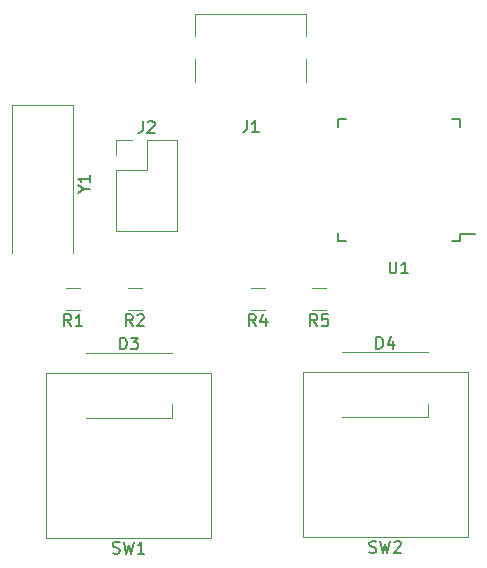
<source format=gbr>
G04 #@! TF.GenerationSoftware,KiCad,Pcbnew,(5.1.4)-1*
G04 #@! TF.CreationDate,2023-02-23T21:20:58+01:00*
G04 #@! TF.ProjectId,pcb,7063622e-6b69-4636-9164-5f7063625858,1.0*
G04 #@! TF.SameCoordinates,Original*
G04 #@! TF.FileFunction,Legend,Top*
G04 #@! TF.FilePolarity,Positive*
%FSLAX46Y46*%
G04 Gerber Fmt 4.6, Leading zero omitted, Abs format (unit mm)*
G04 Created by KiCad (PCBNEW (5.1.4)-1) date 2023-02-23 21:20:58*
%MOMM*%
%LPD*%
G04 APERTURE LIST*
%ADD10C,0.150000*%
%ADD11C,0.120000*%
G04 APERTURE END LIST*
D10*
X203739000Y-70199000D02*
X203739000Y-69624000D01*
X193389000Y-70199000D02*
X193389000Y-69524000D01*
X193389000Y-59849000D02*
X193389000Y-60524000D01*
X203739000Y-59849000D02*
X203739000Y-60524000D01*
X203739000Y-70199000D02*
X203064000Y-70199000D01*
X203739000Y-59849000D02*
X203064000Y-59849000D01*
X193389000Y-59849000D02*
X194064000Y-59849000D01*
X193389000Y-70199000D02*
X194064000Y-70199000D01*
X203739000Y-69624000D02*
X205014000Y-69624000D01*
D11*
X176814064Y-76030500D02*
X175609936Y-76030500D01*
X176814064Y-74210500D02*
X175609936Y-74210500D01*
X174628000Y-69338500D02*
X179828000Y-69338500D01*
X174628000Y-64198500D02*
X174628000Y-69338500D01*
X179828000Y-61598500D02*
X179828000Y-69338500D01*
X174628000Y-64198500D02*
X177228000Y-64198500D01*
X177228000Y-64198500D02*
X177228000Y-61598500D01*
X177228000Y-61598500D02*
X179828000Y-61598500D01*
X174628000Y-62928500D02*
X174628000Y-61598500D01*
X174628000Y-61598500D02*
X175958000Y-61598500D01*
X190755000Y-52864000D02*
X190755000Y-50964000D01*
X190755000Y-56764000D02*
X190755000Y-54764000D01*
X181355000Y-52864000D02*
X181355000Y-50964000D01*
X181355000Y-56764000D02*
X181355000Y-54764000D01*
X190755000Y-50964000D02*
X181355000Y-50964000D01*
X170952000Y-71241500D02*
X170952000Y-58641500D01*
X170952000Y-58641500D02*
X165852000Y-58641500D01*
X165852000Y-58641500D02*
X165852000Y-71241500D01*
X179354000Y-85173000D02*
X179354000Y-84023000D01*
X172054000Y-85173000D02*
X179354000Y-85173000D01*
X172054000Y-79673000D02*
X179354000Y-79673000D01*
X171608064Y-76030500D02*
X170403936Y-76030500D01*
X171608064Y-74210500D02*
X170403936Y-74210500D01*
X182689000Y-81343500D02*
X182689000Y-95313500D01*
X168719000Y-81343500D02*
X182689000Y-81343500D01*
X168719000Y-95313500D02*
X168719000Y-81343500D01*
X182689000Y-95313500D02*
X168719000Y-95313500D01*
X204407000Y-95250000D02*
X190437000Y-95250000D01*
X190437000Y-95250000D02*
X190437000Y-81280000D01*
X190437000Y-81280000D02*
X204407000Y-81280000D01*
X204407000Y-81280000D02*
X204407000Y-95250000D01*
X193772000Y-79609500D02*
X201072000Y-79609500D01*
X193772000Y-85109500D02*
X201072000Y-85109500D01*
X201072000Y-85109500D02*
X201072000Y-83959500D01*
X187228064Y-76030500D02*
X186023936Y-76030500D01*
X187228064Y-74210500D02*
X186023936Y-74210500D01*
X192436064Y-74210500D02*
X191231936Y-74210500D01*
X192436064Y-76030500D02*
X191231936Y-76030500D01*
D10*
X197802095Y-71926380D02*
X197802095Y-72735904D01*
X197849714Y-72831142D01*
X197897333Y-72878761D01*
X197992571Y-72926380D01*
X198183047Y-72926380D01*
X198278285Y-72878761D01*
X198325904Y-72831142D01*
X198373523Y-72735904D01*
X198373523Y-71926380D01*
X199373523Y-72926380D02*
X198802095Y-72926380D01*
X199087809Y-72926380D02*
X199087809Y-71926380D01*
X198992571Y-72069238D01*
X198897333Y-72164476D01*
X198802095Y-72212095D01*
X176045333Y-77392880D02*
X175712000Y-76916690D01*
X175473904Y-77392880D02*
X175473904Y-76392880D01*
X175854857Y-76392880D01*
X175950095Y-76440500D01*
X175997714Y-76488119D01*
X176045333Y-76583357D01*
X176045333Y-76726214D01*
X175997714Y-76821452D01*
X175950095Y-76869071D01*
X175854857Y-76916690D01*
X175473904Y-76916690D01*
X176426285Y-76488119D02*
X176473904Y-76440500D01*
X176569142Y-76392880D01*
X176807238Y-76392880D01*
X176902476Y-76440500D01*
X176950095Y-76488119D01*
X176997714Y-76583357D01*
X176997714Y-76678595D01*
X176950095Y-76821452D01*
X176378666Y-77392880D01*
X176997714Y-77392880D01*
X176894666Y-60050880D02*
X176894666Y-60765166D01*
X176847047Y-60908023D01*
X176751809Y-61003261D01*
X176608952Y-61050880D01*
X176513714Y-61050880D01*
X177323238Y-60146119D02*
X177370857Y-60098500D01*
X177466095Y-60050880D01*
X177704190Y-60050880D01*
X177799428Y-60098500D01*
X177847047Y-60146119D01*
X177894666Y-60241357D01*
X177894666Y-60336595D01*
X177847047Y-60479452D01*
X177275619Y-61050880D01*
X177894666Y-61050880D01*
X185721666Y-59961380D02*
X185721666Y-60675666D01*
X185674047Y-60818523D01*
X185578809Y-60913761D01*
X185435952Y-60961380D01*
X185340714Y-60961380D01*
X186721666Y-60961380D02*
X186150238Y-60961380D01*
X186435952Y-60961380D02*
X186435952Y-59961380D01*
X186340714Y-60104238D01*
X186245476Y-60199476D01*
X186150238Y-60247095D01*
X171928190Y-65817690D02*
X172404380Y-65817690D01*
X171404380Y-66151023D02*
X171928190Y-65817690D01*
X171404380Y-65484357D01*
X172404380Y-64627214D02*
X172404380Y-65198642D01*
X172404380Y-64912928D02*
X171404380Y-64912928D01*
X171547238Y-65008166D01*
X171642476Y-65103404D01*
X171690095Y-65198642D01*
X174965904Y-79375380D02*
X174965904Y-78375380D01*
X175204000Y-78375380D01*
X175346857Y-78423000D01*
X175442095Y-78518238D01*
X175489714Y-78613476D01*
X175537333Y-78803952D01*
X175537333Y-78946809D01*
X175489714Y-79137285D01*
X175442095Y-79232523D01*
X175346857Y-79327761D01*
X175204000Y-79375380D01*
X174965904Y-79375380D01*
X175870666Y-78375380D02*
X176489714Y-78375380D01*
X176156380Y-78756333D01*
X176299238Y-78756333D01*
X176394476Y-78803952D01*
X176442095Y-78851571D01*
X176489714Y-78946809D01*
X176489714Y-79184904D01*
X176442095Y-79280142D01*
X176394476Y-79327761D01*
X176299238Y-79375380D01*
X176013523Y-79375380D01*
X175918285Y-79327761D01*
X175870666Y-79280142D01*
X170839333Y-77392880D02*
X170506000Y-76916690D01*
X170267904Y-77392880D02*
X170267904Y-76392880D01*
X170648857Y-76392880D01*
X170744095Y-76440500D01*
X170791714Y-76488119D01*
X170839333Y-76583357D01*
X170839333Y-76726214D01*
X170791714Y-76821452D01*
X170744095Y-76869071D01*
X170648857Y-76916690D01*
X170267904Y-76916690D01*
X171791714Y-77392880D02*
X171220285Y-77392880D01*
X171506000Y-77392880D02*
X171506000Y-76392880D01*
X171410761Y-76535738D01*
X171315523Y-76630976D01*
X171220285Y-76678595D01*
X174370666Y-96607261D02*
X174513523Y-96654880D01*
X174751619Y-96654880D01*
X174846857Y-96607261D01*
X174894476Y-96559642D01*
X174942095Y-96464404D01*
X174942095Y-96369166D01*
X174894476Y-96273928D01*
X174846857Y-96226309D01*
X174751619Y-96178690D01*
X174561142Y-96131071D01*
X174465904Y-96083452D01*
X174418285Y-96035833D01*
X174370666Y-95940595D01*
X174370666Y-95845357D01*
X174418285Y-95750119D01*
X174465904Y-95702500D01*
X174561142Y-95654880D01*
X174799238Y-95654880D01*
X174942095Y-95702500D01*
X175275428Y-95654880D02*
X175513523Y-96654880D01*
X175704000Y-95940595D01*
X175894476Y-96654880D01*
X176132571Y-95654880D01*
X177037333Y-96654880D02*
X176465904Y-96654880D01*
X176751619Y-96654880D02*
X176751619Y-95654880D01*
X176656380Y-95797738D01*
X176561142Y-95892976D01*
X176465904Y-95940595D01*
X196088666Y-96543761D02*
X196231523Y-96591380D01*
X196469619Y-96591380D01*
X196564857Y-96543761D01*
X196612476Y-96496142D01*
X196660095Y-96400904D01*
X196660095Y-96305666D01*
X196612476Y-96210428D01*
X196564857Y-96162809D01*
X196469619Y-96115190D01*
X196279142Y-96067571D01*
X196183904Y-96019952D01*
X196136285Y-95972333D01*
X196088666Y-95877095D01*
X196088666Y-95781857D01*
X196136285Y-95686619D01*
X196183904Y-95639000D01*
X196279142Y-95591380D01*
X196517238Y-95591380D01*
X196660095Y-95639000D01*
X196993428Y-95591380D02*
X197231523Y-96591380D01*
X197422000Y-95877095D01*
X197612476Y-96591380D01*
X197850571Y-95591380D01*
X198183904Y-95686619D02*
X198231523Y-95639000D01*
X198326761Y-95591380D01*
X198564857Y-95591380D01*
X198660095Y-95639000D01*
X198707714Y-95686619D01*
X198755333Y-95781857D01*
X198755333Y-95877095D01*
X198707714Y-96019952D01*
X198136285Y-96591380D01*
X198755333Y-96591380D01*
X196683904Y-79311880D02*
X196683904Y-78311880D01*
X196922000Y-78311880D01*
X197064857Y-78359500D01*
X197160095Y-78454738D01*
X197207714Y-78549976D01*
X197255333Y-78740452D01*
X197255333Y-78883309D01*
X197207714Y-79073785D01*
X197160095Y-79169023D01*
X197064857Y-79264261D01*
X196922000Y-79311880D01*
X196683904Y-79311880D01*
X198112476Y-78645214D02*
X198112476Y-79311880D01*
X197874380Y-78264261D02*
X197636285Y-78978547D01*
X198255333Y-78978547D01*
X186459333Y-77392880D02*
X186126000Y-76916690D01*
X185887904Y-77392880D02*
X185887904Y-76392880D01*
X186268857Y-76392880D01*
X186364095Y-76440500D01*
X186411714Y-76488119D01*
X186459333Y-76583357D01*
X186459333Y-76726214D01*
X186411714Y-76821452D01*
X186364095Y-76869071D01*
X186268857Y-76916690D01*
X185887904Y-76916690D01*
X187316476Y-76726214D02*
X187316476Y-77392880D01*
X187078380Y-76345261D02*
X186840285Y-77059547D01*
X187459333Y-77059547D01*
X191667333Y-77392880D02*
X191334000Y-76916690D01*
X191095904Y-77392880D02*
X191095904Y-76392880D01*
X191476857Y-76392880D01*
X191572095Y-76440500D01*
X191619714Y-76488119D01*
X191667333Y-76583357D01*
X191667333Y-76726214D01*
X191619714Y-76821452D01*
X191572095Y-76869071D01*
X191476857Y-76916690D01*
X191095904Y-76916690D01*
X192572095Y-76392880D02*
X192095904Y-76392880D01*
X192048285Y-76869071D01*
X192095904Y-76821452D01*
X192191142Y-76773833D01*
X192429238Y-76773833D01*
X192524476Y-76821452D01*
X192572095Y-76869071D01*
X192619714Y-76964309D01*
X192619714Y-77202404D01*
X192572095Y-77297642D01*
X192524476Y-77345261D01*
X192429238Y-77392880D01*
X192191142Y-77392880D01*
X192095904Y-77345261D01*
X192048285Y-77297642D01*
M02*

</source>
